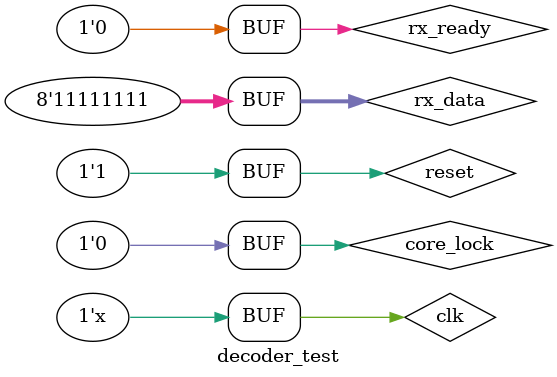
<source format=sv>
`timescale 1ns / 1ps


module decoder_test();
  localparam  CMD_WIDTH = 3;
  logic clk, reset, rx_ready, core_lock, cmd_flag, bram_sel;
  logic [CMD_WIDTH-1:0] cmd_dec;
  logic [7:0] rx_data;

  cmd_decoder_v2 #(
    .CMD_WIDTH(CMD_WIDTH)
    )
    COMMANDS
    (
    .clk(clk),
    .reset(reset),
    .rx_ready(rx_ready),
    .rx_data(rx_data),
    .core_lock(core_lock),
    .cmd_flag(cmd_flag),
    .cmd_dec(cmd_dec),
    .bram_sel(bram_sel)
  );


  always #5 clk = ~clk;
  initial begin
    clk = 1'b0;
    reset = 1'b0;
    rx_ready = 1'b0;
    rx_data = 8'd0;
    core_lock = 1'b0;
    #10
    reset = 1'b1;
    rx_data = 8'b00010010;
    #20
    rx_ready = 1'b1;
    #10
    rx_ready = 1'b0;
    #40
    core_lock = 1'b1;
    #40
    core_lock = 1'b0;
    #10
    rx_data = 8'b11111111;
    #20
    rx_ready = 1'b1;
    #10
    rx_ready = 1'b0;
    #10
    core_lock = 1'b1;
    #10
    core_lock = 1'b0;
  end





endmodule

</source>
